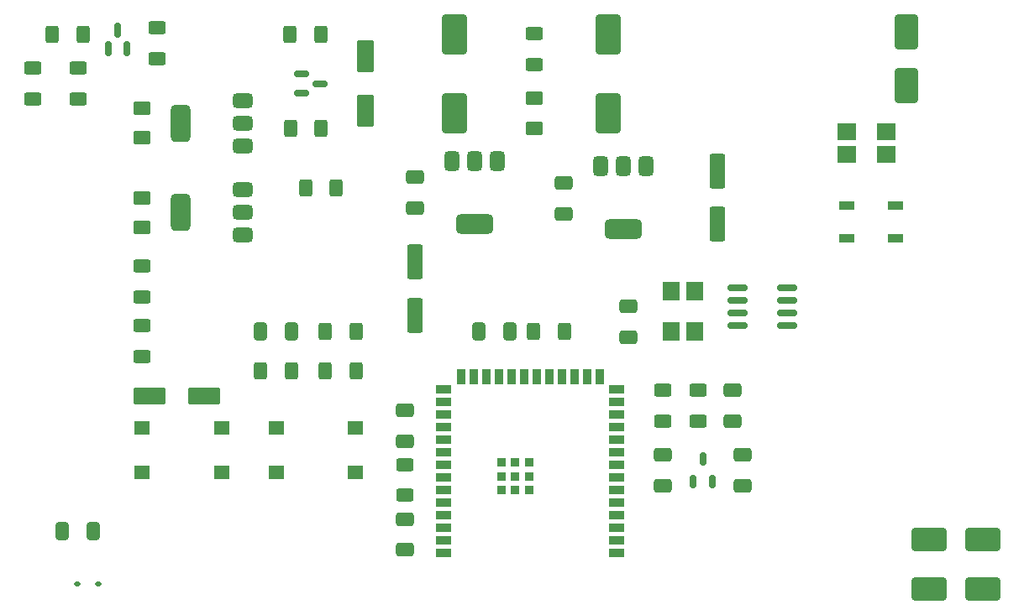
<source format=gbr>
%TF.GenerationSoftware,KiCad,Pcbnew,9.0.1*%
%TF.CreationDate,2025-05-10T22:15:22+02:00*%
%TF.ProjectId,Workcross-ReverseCam,576f726b-6372-46f7-9373-2d5265766572,rev?*%
%TF.SameCoordinates,Original*%
%TF.FileFunction,Paste,Bot*%
%TF.FilePolarity,Positive*%
%FSLAX46Y46*%
G04 Gerber Fmt 4.6, Leading zero omitted, Abs format (unit mm)*
G04 Created by KiCad (PCBNEW 9.0.1) date 2025-05-10 22:15:22*
%MOMM*%
%LPD*%
G01*
G04 APERTURE LIST*
G04 Aperture macros list*
%AMRoundRect*
0 Rectangle with rounded corners*
0 $1 Rounding radius*
0 $2 $3 $4 $5 $6 $7 $8 $9 X,Y pos of 4 corners*
0 Add a 4 corners polygon primitive as box body*
4,1,4,$2,$3,$4,$5,$6,$7,$8,$9,$2,$3,0*
0 Add four circle primitives for the rounded corners*
1,1,$1+$1,$2,$3*
1,1,$1+$1,$4,$5*
1,1,$1+$1,$6,$7*
1,1,$1+$1,$8,$9*
0 Add four rect primitives between the rounded corners*
20,1,$1+$1,$2,$3,$4,$5,0*
20,1,$1+$1,$4,$5,$6,$7,0*
20,1,$1+$1,$6,$7,$8,$9,0*
20,1,$1+$1,$8,$9,$2,$3,0*%
G04 Aperture macros list end*
%ADD10R,1.850000X1.700000*%
%ADD11R,1.700000X1.850000*%
%ADD12RoundRect,0.150000X0.150000X-0.512500X0.150000X0.512500X-0.150000X0.512500X-0.150000X-0.512500X0*%
%ADD13R,1.600000X1.400000*%
%ADD14RoundRect,0.375000X-0.375000X0.625000X-0.375000X-0.625000X0.375000X-0.625000X0.375000X0.625000X0*%
%ADD15RoundRect,0.500000X-1.400000X0.500000X-1.400000X-0.500000X1.400000X-0.500000X1.400000X0.500000X0*%
%ADD16RoundRect,0.250000X-1.000000X1.750000X-1.000000X-1.750000X1.000000X-1.750000X1.000000X1.750000X0*%
%ADD17RoundRect,0.250000X0.650000X-0.412500X0.650000X0.412500X-0.650000X0.412500X-0.650000X-0.412500X0*%
%ADD18RoundRect,0.250000X0.550000X-1.500000X0.550000X1.500000X-0.550000X1.500000X-0.550000X-1.500000X0*%
%ADD19RoundRect,0.375000X0.625000X0.375000X-0.625000X0.375000X-0.625000X-0.375000X0.625000X-0.375000X0*%
%ADD20RoundRect,0.500000X0.500000X1.400000X-0.500000X1.400000X-0.500000X-1.400000X0.500000X-1.400000X0*%
%ADD21RoundRect,0.090000X0.660000X0.360000X-0.660000X0.360000X-0.660000X-0.360000X0.660000X-0.360000X0*%
%ADD22RoundRect,0.250000X0.400000X0.625000X-0.400000X0.625000X-0.400000X-0.625000X0.400000X-0.625000X0*%
%ADD23RoundRect,0.250000X-0.400000X-0.625000X0.400000X-0.625000X0.400000X0.625000X-0.400000X0.625000X0*%
%ADD24RoundRect,0.250000X1.500000X0.900000X-1.500000X0.900000X-1.500000X-0.900000X1.500000X-0.900000X0*%
%ADD25RoundRect,0.250000X0.600000X-1.400000X0.600000X1.400000X-0.600000X1.400000X-0.600000X-1.400000X0*%
%ADD26R,0.900000X0.900000*%
%ADD27R,1.500000X0.900000*%
%ADD28R,0.900000X1.500000*%
%ADD29RoundRect,0.250000X-0.625000X0.400000X-0.625000X-0.400000X0.625000X-0.400000X0.625000X0.400000X0*%
%ADD30RoundRect,0.250000X-0.550000X1.500000X-0.550000X-1.500000X0.550000X-1.500000X0.550000X1.500000X0*%
%ADD31RoundRect,0.250000X0.625000X-0.400000X0.625000X0.400000X-0.625000X0.400000X-0.625000X-0.400000X0*%
%ADD32RoundRect,0.250000X0.412500X0.650000X-0.412500X0.650000X-0.412500X-0.650000X0.412500X-0.650000X0*%
%ADD33RoundRect,0.250000X-0.650000X0.412500X-0.650000X-0.412500X0.650000X-0.412500X0.650000X0.412500X0*%
%ADD34RoundRect,0.150000X0.825000X0.150000X-0.825000X0.150000X-0.825000X-0.150000X0.825000X-0.150000X0*%
%ADD35RoundRect,0.150000X-0.587500X-0.150000X0.587500X-0.150000X0.587500X0.150000X-0.587500X0.150000X0*%
%ADD36RoundRect,0.250000X0.900000X-1.500000X0.900000X1.500000X-0.900000X1.500000X-0.900000X-1.500000X0*%
%ADD37RoundRect,0.250001X-0.624999X0.462499X-0.624999X-0.462499X0.624999X-0.462499X0.624999X0.462499X0*%
%ADD38RoundRect,0.150000X0.150000X-0.587500X0.150000X0.587500X-0.150000X0.587500X-0.150000X-0.587500X0*%
%ADD39RoundRect,0.250000X-0.412500X-0.650000X0.412500X-0.650000X0.412500X0.650000X-0.412500X0.650000X0*%
%ADD40RoundRect,0.112500X-0.187500X-0.112500X0.187500X-0.112500X0.187500X0.112500X-0.187500X0.112500X0*%
%ADD41RoundRect,0.250000X-1.400000X-0.600000X1.400000X-0.600000X1.400000X0.600000X-1.400000X0.600000X0*%
G04 APERTURE END LIST*
D10*
%TO.C,FL2*%
X186025000Y-66150000D03*
X181975000Y-66150000D03*
X181975000Y-63850000D03*
X186025000Y-63850000D03*
%TD*%
D11*
%TO.C,FL1*%
X166650000Y-79975000D03*
X166650000Y-84025000D03*
X164350000Y-84025000D03*
X164350000Y-79975000D03*
%TD*%
D12*
%TO.C,D22*%
X168450000Y-99137500D03*
X166550000Y-99137500D03*
X167500000Y-96862500D03*
%TD*%
D13*
%TO.C,SW1*%
X132500000Y-93750000D03*
X124500000Y-93750000D03*
X132500000Y-98250000D03*
X124500000Y-98250000D03*
%TD*%
D14*
%TO.C,U3*%
X142200000Y-66850000D03*
X144500000Y-66850000D03*
D15*
X144500000Y-73150000D03*
D14*
X146800000Y-66850000D03*
%TD*%
D16*
%TO.C,C5*%
X142500000Y-54000000D03*
X142500000Y-62000000D03*
%TD*%
D17*
%TO.C,C10*%
X170500000Y-93062500D03*
X170500000Y-89937500D03*
%TD*%
D18*
%TO.C,C4*%
X169000000Y-73200000D03*
X169000000Y-67800000D03*
%TD*%
D19*
%TO.C,Q1*%
X121150000Y-60700000D03*
X121150000Y-63000000D03*
D20*
X114850000Y-63000000D03*
D19*
X121150000Y-65300000D03*
%TD*%
D21*
%TO.C,D21*%
X186950000Y-71350000D03*
X186950000Y-74650000D03*
X182050000Y-74650000D03*
X182050000Y-71350000D03*
%TD*%
D22*
%TO.C,R18*%
X126050000Y-88000000D03*
X122950000Y-88000000D03*
%TD*%
D17*
%TO.C,C2*%
X153500000Y-72125000D03*
X153500000Y-69000000D03*
%TD*%
%TO.C,C6*%
X138500000Y-71562500D03*
X138500000Y-68437500D03*
%TD*%
D23*
%TO.C,R14*%
X129450000Y-88000000D03*
X132550000Y-88000000D03*
%TD*%
D24*
%TO.C,D12*%
X195700000Y-110000000D03*
X190300000Y-110000000D03*
%TD*%
D25*
%TO.C,D14*%
X133500000Y-61750000D03*
X133500000Y-56250000D03*
%TD*%
D14*
%TO.C,U2*%
X157200000Y-67350000D03*
X159500000Y-67350000D03*
D15*
X159500000Y-73650000D03*
D14*
X161800000Y-67350000D03*
%TD*%
D23*
%TO.C,R6*%
X127450000Y-69500000D03*
X130550000Y-69500000D03*
%TD*%
D26*
%TO.C,U1*%
X147200000Y-97230000D03*
X147200000Y-98630000D03*
X147200000Y-100030000D03*
X148600000Y-97230000D03*
X148600000Y-98630000D03*
X148600000Y-100030000D03*
X150000000Y-97230000D03*
X150000000Y-98630000D03*
X150000000Y-100030000D03*
D27*
X141350000Y-106350000D03*
X141350000Y-105080000D03*
X141350000Y-103810000D03*
X141350000Y-102540000D03*
X141350000Y-101270000D03*
X141350000Y-100000000D03*
X141350000Y-98730000D03*
X141350000Y-97460000D03*
X141350000Y-96190000D03*
X141350000Y-94920000D03*
X141350000Y-93650000D03*
X141350000Y-92380000D03*
X141350000Y-91110000D03*
X141350000Y-89840000D03*
D28*
X143115000Y-88590000D03*
X144385000Y-88590000D03*
X145655000Y-88590000D03*
X146925000Y-88590000D03*
X148195000Y-88590000D03*
X149465000Y-88590000D03*
X150735000Y-88590000D03*
X152005000Y-88590000D03*
X153275000Y-88590000D03*
X154545000Y-88590000D03*
X155815000Y-88590000D03*
X157085000Y-88590000D03*
D27*
X158850000Y-89840000D03*
X158850000Y-91110000D03*
X158850000Y-92380000D03*
X158850000Y-93650000D03*
X158850000Y-94920000D03*
X158850000Y-96190000D03*
X158850000Y-97460000D03*
X158850000Y-98730000D03*
X158850000Y-100000000D03*
X158850000Y-101270000D03*
X158850000Y-102540000D03*
X158850000Y-103810000D03*
X158850000Y-105080000D03*
X158850000Y-106350000D03*
%TD*%
D29*
%TO.C,R8*%
X112500000Y-53400000D03*
X112500000Y-56500000D03*
%TD*%
D30*
%TO.C,C7*%
X138500000Y-77000000D03*
X138500000Y-82400000D03*
%TD*%
D31*
%TO.C,R12*%
X111000000Y-86550000D03*
X111000000Y-83450000D03*
%TD*%
D23*
%TO.C,R9*%
X129450000Y-84000000D03*
X132550000Y-84000000D03*
%TD*%
D29*
%TO.C,R16*%
X150500000Y-53950000D03*
X150500000Y-57050000D03*
%TD*%
D23*
%TO.C,R11*%
X101950000Y-54000000D03*
X105050000Y-54000000D03*
%TD*%
D32*
%TO.C,C1*%
X106062500Y-104200000D03*
X102937500Y-104200000D03*
%TD*%
D33*
%TO.C,C8*%
X160000000Y-81437500D03*
X160000000Y-84562500D03*
%TD*%
D17*
%TO.C,C12*%
X137500000Y-106062500D03*
X137500000Y-102937500D03*
%TD*%
%TO.C,C15*%
X163500000Y-99562500D03*
X163500000Y-96437500D03*
%TD*%
D22*
%TO.C,R13*%
X129050000Y-63500000D03*
X125950000Y-63500000D03*
%TD*%
D34*
%TO.C,U4*%
X175975000Y-79595000D03*
X175975000Y-80865000D03*
X175975000Y-82135000D03*
X175975000Y-83405000D03*
X171025000Y-83405000D03*
X171025000Y-82135000D03*
X171025000Y-80865000D03*
X171025000Y-79595000D03*
%TD*%
D35*
%TO.C,Q4*%
X127062500Y-59950000D03*
X127062500Y-58050000D03*
X128937500Y-59000000D03*
%TD*%
D36*
%TO.C,D7*%
X188000000Y-59200000D03*
X188000000Y-53800000D03*
%TD*%
D37*
%TO.C,D2*%
X111000000Y-70512500D03*
X111000000Y-73487500D03*
%TD*%
D38*
%TO.C,Q3*%
X109450000Y-55500000D03*
X107550000Y-55500000D03*
X108500000Y-53625000D03*
%TD*%
D37*
%TO.C,D1*%
X111000000Y-61512500D03*
X111000000Y-64487500D03*
%TD*%
D39*
%TO.C,C14*%
X144937500Y-84000000D03*
X148062500Y-84000000D03*
%TD*%
%TO.C,C13*%
X122937500Y-84000000D03*
X126062500Y-84000000D03*
%TD*%
D23*
%TO.C,R10*%
X125900000Y-54000000D03*
X129000000Y-54000000D03*
%TD*%
D40*
%TO.C,D3*%
X104450000Y-109500000D03*
X106550000Y-109500000D03*
%TD*%
D19*
%TO.C,Q2*%
X121150000Y-69700000D03*
X121150000Y-72000000D03*
D20*
X114850000Y-72000000D03*
D19*
X121150000Y-74300000D03*
%TD*%
D23*
%TO.C,R19*%
X150450000Y-84000000D03*
X153550000Y-84000000D03*
%TD*%
D29*
%TO.C,R5*%
X100000000Y-57450000D03*
X100000000Y-60550000D03*
%TD*%
D37*
%TO.C,D20*%
X150500000Y-60512500D03*
X150500000Y-63487500D03*
%TD*%
D17*
%TO.C,C11*%
X137500000Y-95062500D03*
X137500000Y-91937500D03*
%TD*%
D24*
%TO.C,D11*%
X195700000Y-105000000D03*
X190300000Y-105000000D03*
%TD*%
D31*
%TO.C,R3*%
X163500000Y-93050000D03*
X163500000Y-89950000D03*
%TD*%
%TO.C,R7*%
X111000000Y-80550000D03*
X111000000Y-77450000D03*
%TD*%
D41*
%TO.C,D15*%
X111750000Y-90500000D03*
X117250000Y-90500000D03*
%TD*%
D29*
%TO.C,R15*%
X104500000Y-57450000D03*
X104500000Y-60550000D03*
%TD*%
D31*
%TO.C,R1*%
X167000000Y-93050000D03*
X167000000Y-89950000D03*
%TD*%
D13*
%TO.C,SW2*%
X119000000Y-93750000D03*
X111000000Y-93750000D03*
X119000000Y-98250000D03*
X111000000Y-98250000D03*
%TD*%
D17*
%TO.C,C16*%
X171500000Y-99562500D03*
X171500000Y-96437500D03*
%TD*%
D31*
%TO.C,R17*%
X137500000Y-100550000D03*
X137500000Y-97450000D03*
%TD*%
D16*
%TO.C,C3*%
X158000000Y-54000000D03*
X158000000Y-62000000D03*
%TD*%
M02*

</source>
